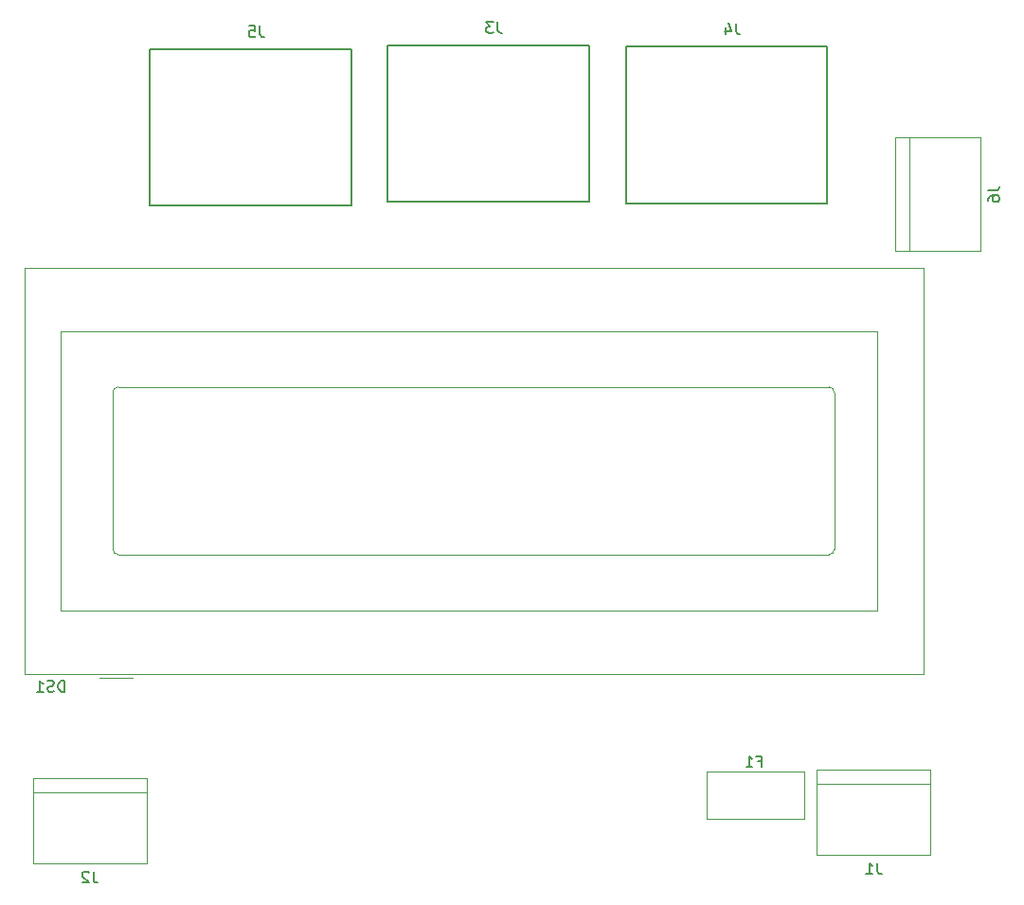
<source format=gbr>
G04 #@! TF.GenerationSoftware,KiCad,Pcbnew,(5.0.1)-4*
G04 #@! TF.CreationDate,2019-01-06T23:17:01+05:30*
G04 #@! TF.ProjectId,monitoring_board,6D6F6E69746F72696E675F626F617264,rev?*
G04 #@! TF.SameCoordinates,Original*
G04 #@! TF.FileFunction,Legend,Bot*
G04 #@! TF.FilePolarity,Positive*
%FSLAX46Y46*%
G04 Gerber Fmt 4.6, Leading zero omitted, Abs format (unit mm)*
G04 Created by KiCad (PCBNEW (5.0.1)-4) date 01/06/19 23:17:01*
%MOMM*%
%LPD*%
G01*
G04 APERTURE LIST*
%ADD10C,0.120000*%
%ADD11C,0.150000*%
G04 APERTURE END LIST*
D10*
G04 #@! TO.C,DS1*
X142151800Y-65775600D02*
X222431800Y-65775600D01*
X222431800Y-65775600D02*
X222431800Y-102055600D01*
X222431800Y-102055600D02*
X142951800Y-102055600D01*
X142151800Y-102055600D02*
X142151800Y-65775600D01*
X142161800Y-102055600D02*
X142951800Y-102055600D01*
X148791800Y-102415600D02*
X151791800Y-102415600D01*
X150491800Y-91415600D02*
X213991800Y-91415600D01*
X149992080Y-76916280D02*
X149992080Y-90915600D01*
X213992460Y-76415600D02*
X150491800Y-76415600D01*
X214491800Y-90915600D02*
X214491800Y-76915600D01*
X214491800Y-90915600D02*
G75*
G02X213991800Y-91415600I-500000J0D01*
G01*
X213992460Y-76415900D02*
G75*
G02X214492840Y-76916280I0J-500380D01*
G01*
X149992080Y-76916280D02*
G75*
G02X150492460Y-76415900I500380J0D01*
G01*
X150492460Y-91417140D02*
G75*
G02X149992080Y-90916760I0J500380D01*
G01*
X145291800Y-96415600D02*
X218291800Y-96415600D01*
X218291800Y-96415600D02*
X218291800Y-71415600D01*
X218291800Y-71415600D02*
X145291800Y-71415600D01*
X145291800Y-71415600D02*
X145291800Y-96415600D01*
D11*
G04 #@! TO.C,J4*
X213851000Y-59984400D02*
X213851000Y-45984400D01*
X195851000Y-59984400D02*
X195851000Y-45984400D01*
X195851000Y-45984400D02*
X213851000Y-45984400D01*
X195851000Y-59984400D02*
X213851000Y-59984400D01*
G04 #@! TO.C,J5*
X171306000Y-60213000D02*
X171306000Y-46213000D01*
X153306000Y-60213000D02*
X153306000Y-46213000D01*
X153306000Y-46213000D02*
X171306000Y-46213000D01*
X153306000Y-60213000D02*
X171306000Y-60213000D01*
D10*
G04 #@! TO.C,F1*
X203046400Y-115048400D02*
X211786400Y-115048400D01*
X203046400Y-115048400D02*
X203046400Y-110808400D01*
X211786400Y-110808400D02*
X211786400Y-115048400D01*
X211786400Y-110808400D02*
X203046400Y-110808400D01*
G04 #@! TO.C,J1*
X223062800Y-111912400D02*
X212902800Y-111912400D01*
X223062800Y-110642400D02*
X223062800Y-118262400D01*
X223062800Y-118262400D02*
X212902800Y-118262400D01*
X212902800Y-118262400D02*
X212902800Y-110642400D01*
X212902800Y-110642400D02*
X223062800Y-110642400D01*
G04 #@! TO.C,J2*
X142849600Y-111404400D02*
X153009600Y-111404400D01*
X142849600Y-119024400D02*
X142849600Y-111404400D01*
X153009600Y-119024400D02*
X142849600Y-119024400D01*
X153009600Y-111404400D02*
X153009600Y-119024400D01*
X153009600Y-112674400D02*
X142849600Y-112674400D01*
D11*
G04 #@! TO.C,J3*
X174540400Y-59857400D02*
X192540400Y-59857400D01*
X174540400Y-45857400D02*
X192540400Y-45857400D01*
X174540400Y-59857400D02*
X174540400Y-45857400D01*
X192540400Y-59857400D02*
X192540400Y-45857400D01*
D10*
G04 #@! TO.C,J6*
X219887800Y-64262000D02*
X219887800Y-54102000D01*
X227507800Y-64262000D02*
X219887800Y-64262000D01*
X227507800Y-54102000D02*
X227507800Y-64262000D01*
X219887800Y-54102000D02*
X227507800Y-54102000D01*
X221157800Y-54102000D02*
X221157800Y-64262000D01*
G04 #@! TO.C,DS1*
D11*
X145686085Y-103677980D02*
X145686085Y-102677980D01*
X145447990Y-102677980D01*
X145305133Y-102725600D01*
X145209895Y-102820838D01*
X145162276Y-102916076D01*
X145114657Y-103106552D01*
X145114657Y-103249409D01*
X145162276Y-103439885D01*
X145209895Y-103535123D01*
X145305133Y-103630361D01*
X145447990Y-103677980D01*
X145686085Y-103677980D01*
X144733704Y-103630361D02*
X144590847Y-103677980D01*
X144352752Y-103677980D01*
X144257514Y-103630361D01*
X144209895Y-103582742D01*
X144162276Y-103487504D01*
X144162276Y-103392266D01*
X144209895Y-103297028D01*
X144257514Y-103249409D01*
X144352752Y-103201790D01*
X144543228Y-103154171D01*
X144638466Y-103106552D01*
X144686085Y-103058933D01*
X144733704Y-102963695D01*
X144733704Y-102868457D01*
X144686085Y-102773219D01*
X144638466Y-102725600D01*
X144543228Y-102677980D01*
X144305133Y-102677980D01*
X144162276Y-102725600D01*
X143209895Y-103677980D02*
X143781323Y-103677980D01*
X143495609Y-103677980D02*
X143495609Y-102677980D01*
X143590847Y-102820838D01*
X143686085Y-102916076D01*
X143781323Y-102963695D01*
G04 #@! TO.C,J4*
X205694333Y-43896780D02*
X205694333Y-44611066D01*
X205741952Y-44753923D01*
X205837190Y-44849161D01*
X205980047Y-44896780D01*
X206075285Y-44896780D01*
X204789571Y-44230114D02*
X204789571Y-44896780D01*
X205027666Y-43849161D02*
X205265761Y-44563447D01*
X204646714Y-44563447D01*
G04 #@! TO.C,J5*
X163149333Y-44125380D02*
X163149333Y-44839666D01*
X163196952Y-44982523D01*
X163292190Y-45077761D01*
X163435047Y-45125380D01*
X163530285Y-45125380D01*
X162196952Y-44125380D02*
X162673142Y-44125380D01*
X162720761Y-44601571D01*
X162673142Y-44553952D01*
X162577904Y-44506333D01*
X162339809Y-44506333D01*
X162244571Y-44553952D01*
X162196952Y-44601571D01*
X162149333Y-44696809D01*
X162149333Y-44934904D01*
X162196952Y-45030142D01*
X162244571Y-45077761D01*
X162339809Y-45125380D01*
X162577904Y-45125380D01*
X162673142Y-45077761D01*
X162720761Y-45030142D01*
G04 #@! TO.C,F1*
X207639733Y-109906971D02*
X207973066Y-109906971D01*
X207973066Y-110430780D02*
X207973066Y-109430780D01*
X207496876Y-109430780D01*
X206592114Y-110430780D02*
X207163542Y-110430780D01*
X206877828Y-110430780D02*
X206877828Y-109430780D01*
X206973066Y-109573638D01*
X207068304Y-109668876D01*
X207163542Y-109716495D01*
G04 #@! TO.C,J1*
X218316133Y-118984780D02*
X218316133Y-119699066D01*
X218363752Y-119841923D01*
X218458990Y-119937161D01*
X218601847Y-119984780D01*
X218697085Y-119984780D01*
X217316133Y-119984780D02*
X217887561Y-119984780D01*
X217601847Y-119984780D02*
X217601847Y-118984780D01*
X217697085Y-119127638D01*
X217792323Y-119222876D01*
X217887561Y-119270495D01*
G04 #@! TO.C,J2*
X148262933Y-119746780D02*
X148262933Y-120461066D01*
X148310552Y-120603923D01*
X148405790Y-120699161D01*
X148548647Y-120746780D01*
X148643885Y-120746780D01*
X147834361Y-119842019D02*
X147786742Y-119794400D01*
X147691504Y-119746780D01*
X147453409Y-119746780D01*
X147358171Y-119794400D01*
X147310552Y-119842019D01*
X147262933Y-119937257D01*
X147262933Y-120032495D01*
X147310552Y-120175352D01*
X147881980Y-120746780D01*
X147262933Y-120746780D01*
G04 #@! TO.C,J3*
X184383733Y-43769780D02*
X184383733Y-44484066D01*
X184431352Y-44626923D01*
X184526590Y-44722161D01*
X184669447Y-44769780D01*
X184764685Y-44769780D01*
X184002780Y-43769780D02*
X183383733Y-43769780D01*
X183717066Y-44150733D01*
X183574209Y-44150733D01*
X183478971Y-44198352D01*
X183431352Y-44245971D01*
X183383733Y-44341209D01*
X183383733Y-44579304D01*
X183431352Y-44674542D01*
X183478971Y-44722161D01*
X183574209Y-44769780D01*
X183859923Y-44769780D01*
X183955161Y-44722161D01*
X184002780Y-44674542D01*
G04 #@! TO.C,J6*
X228230180Y-58848666D02*
X228944466Y-58848666D01*
X229087323Y-58801047D01*
X229182561Y-58705809D01*
X229230180Y-58562952D01*
X229230180Y-58467714D01*
X228230180Y-59753428D02*
X228230180Y-59562952D01*
X228277800Y-59467714D01*
X228325419Y-59420095D01*
X228468276Y-59324857D01*
X228658752Y-59277238D01*
X229039704Y-59277238D01*
X229134942Y-59324857D01*
X229182561Y-59372476D01*
X229230180Y-59467714D01*
X229230180Y-59658190D01*
X229182561Y-59753428D01*
X229134942Y-59801047D01*
X229039704Y-59848666D01*
X228801609Y-59848666D01*
X228706371Y-59801047D01*
X228658752Y-59753428D01*
X228611133Y-59658190D01*
X228611133Y-59467714D01*
X228658752Y-59372476D01*
X228706371Y-59324857D01*
X228801609Y-59277238D01*
G04 #@! TD*
M02*

</source>
